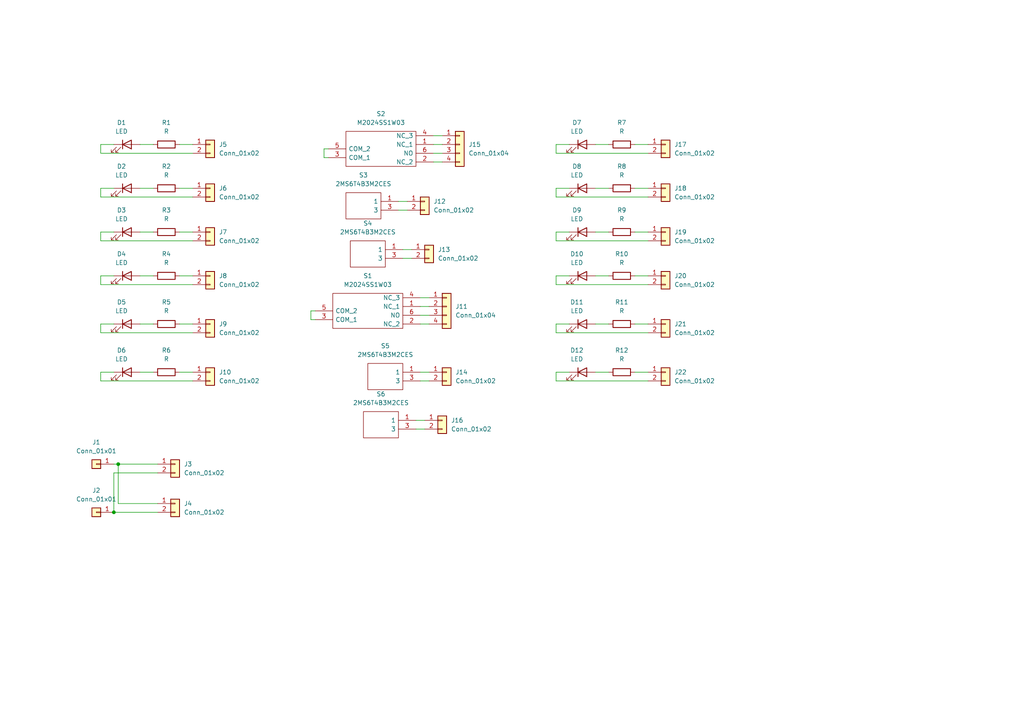
<source format=kicad_sch>
(kicad_sch (version 20211123) (generator eeschema)
  (paper "A4")
  (lib_symbols
    (symbol "Connector_Generic:Conn_01x01" (pin_names (offset 1.016) hide)
      (property "Reference" "J" (at 0 2.54 0))
      (property "Value" "Conn_01x01" (at 0 -2.54 0))
      (symbol "Conn_01x01_1_1"
        (rectangle (start -1.27 0.127) (end 0 -0.127) (stroke (width 0.1524)))
        (rectangle (start -1.27 1.27) (end 1.27 -1.27) (stroke (width 0.254)) (fill (type background)))
        (pin passive line (at -5.08 0 0) (length 3.81) (name "Pin_1") (number "1"))
      )
    )
    (symbol "Connector_Generic:Conn_01x02" (pin_names (offset 1.016) hide)
      (property "Reference" "J" (at 0 2.54 0))
      (property "Value" "Conn_01x02" (at 0 -5.08 0))
      (symbol "Conn_01x02_1_1"
        (rectangle (start -1.27 -2.413) (end 0 -2.667) (stroke (width 0.1524)))
        (rectangle (start -1.27 0.127) (end 0 -0.127) (stroke (width 0.1524)))
        (rectangle (start -1.27 1.27) (end 1.27 -3.81) (stroke (width 0.254)) (fill (type background)))
        (pin passive line (at -5.08 0 0) (length 3.81) (name "Pin_1") (number "1"))
        (pin passive line (at -5.08 -2.54 0) (length 3.81) (name "Pin_2") (number "2"))
      )
    )
    (symbol "Connector_Generic:Conn_01x04" (pin_names (offset 1.016) hide)
      (property "Reference" "J" (at 0 5.08 0))
      (property "Value" "Conn_01x04" (at 0 -7.62 0))
      (symbol "Conn_01x04_1_1"
        (rectangle (start -1.27 -4.953) (end 0 -5.207) (stroke (width 0.1524)))
        (rectangle (start -1.27 -2.413) (end 0 -2.667) (stroke (width 0.1524)))
        (rectangle (start -1.27 0.127) (end 0 -0.127) (stroke (width 0.1524)))
        (rectangle (start -1.27 2.667) (end 0 2.413) (stroke (width 0.1524)))
        (rectangle (start -1.27 3.81) (end 1.27 -6.35) (stroke (width 0.254)) (fill (type background)))
        (pin passive line (at -5.08 2.54 0) (length 3.81) (name "Pin_1") (number "1"))
        (pin passive line (at -5.08 0 0) (length 3.81) (name "Pin_2") (number "2"))
        (pin passive line (at -5.08 -2.54 0) (length 3.81) (name "Pin_3") (number "3"))
        (pin passive line (at -5.08 -5.08 0) (length 3.81) (name "Pin_4") (number "4"))
      )
    )
    (symbol "Device:LED" (pin_numbers hide) (pin_names (offset 1.016) hide)
      (property "Reference" "D" (at 0 2.54 0))
      (property "Value" "LED" (at 0 -2.54 0))
      (symbol "LED_0_1"
        (polyline (pts (xy -1.27 -1.27) (xy -1.27 1.27)) (stroke (width 0.254)))
        (polyline (pts (xy -1.27 0) (xy 1.27 0)))
        (polyline (pts (xy 1.27 -1.27) (xy 1.27 1.27) (xy -1.27 0) (xy 1.27 -1.27)) (stroke (width 0.254)))
        (polyline (pts (xy -3.048 -0.762) (xy -4.572 -2.286) (xy -3.81 -2.286) (xy -4.572 -2.286) (xy -4.572 -1.524)))
        (polyline (pts (xy -1.778 -0.762) (xy -3.302 -2.286) (xy -2.54 -2.286) (xy -3.302 -2.286) (xy -3.302 -1.524)))
      )
      (symbol "LED_1_1"
        (pin passive line (at -3.81 0 0) (length 2.54) (name "K") (number "1"))
        (pin passive line (at 3.81 0 180) (length 2.54) (name "A") (number "2"))
      )
    )
    (symbol "Device:R" (pin_numbers hide) (pin_names (offset 0))
      (property "Reference" "R" (at 2.032 0 90))
      (property "Value" "R" (at 0 0 90))
      (symbol "R_0_1"
        (rectangle (start -1.016 -2.54) (end 1.016 2.54) (stroke (width 0.254)))
      )
      (symbol "R_1_1"
        (pin passive line (at 0 3.81 270) (length 1.27) (name "~") (number "1"))
        (pin passive line (at 0 -3.81 90) (length 1.27) (name "~") (number "2"))
      )
    )
    (symbol "SamacSys_Parts 2:2MS6T4B3M2CES" (pin_names (offset 0.762))
      (property "Reference" "S" (at 16.51 7.62 0))
      (property "Value" "2MS6T4B3M2CES" (at 16.51 5.08 0))
      (symbol "2MS6T4B3M2CES_0_0"
        (pin passive line (at 0 -2.54 0) (length 5.08) (name "1") (number "1"))
        (pin passive line (at 0 0 0) (length 5.08) (name "3") (number "3"))
      )
      (symbol "2MS6T4B3M2CES_0_1"
        (polyline (pts (xy 5.08 2.54) (xy 15.24 2.54) (xy 15.24 -5.08) (xy 5.08 -5.08) (xy 5.08 2.54)) (stroke (width 0.1524)))
      )
    )
    (symbol "SamacSys_Parts:M2024SS1W03" (pin_names (offset 0.762))
      (property "Reference" "S" (at 10.16 10.16 0))
      (property "Value" "M2024SS1W03" (at 26.67 5.08 0))
      (symbol "M2024SS1W03_0_0"
        (pin passive line (at -16.51 -1.27 0) (length 5.08) (name "NC_1") (number "1"))
        (pin passive line (at -16.51 3.81 0) (length 5.08) (name "NC_2") (number "2"))
        (pin passive line (at 13.97 2.54 180) (length 5.08) (name "COM_1") (number "3"))
        (pin passive line (at -16.51 -3.81 0) (length 5.08) (name "NC_3") (number "4"))
        (pin passive line (at 13.97 0 180) (length 5.08) (name "COM_2") (number "5"))
        (pin passive line (at -16.51 1.27 0) (length 5.08) (name "NO") (number "6"))
      )
      (symbol "M2024SS1W03_0_1"
        (polyline (pts (xy -11.43 5.08) (xy 8.89 5.08) (xy 8.89 -5.08) (xy -11.43 -5.08) (xy -11.43 5.08)) (stroke (width 0.1524)))
      )
    )
  )
  (junction (at 33.02 148.59))
  (junction (at 34.29 134.62))
  (wire (pts (xy 91.44 90.17) (xy 90.17 90.17)))
  (wire (pts (xy 29.21 93.98) (xy 29.21 96.52)))
  (wire (pts (xy 161.29 41.91) (xy 161.29 44.45)))
  (wire (pts (xy 29.21 69.85) (xy 55.88 69.85)))
  (wire (pts (xy 120.65 124.46) (xy 123.19 124.46)))
  (wire (pts (xy 172.72 107.95) (xy 176.53 107.95)))
  (wire (pts (xy 90.17 92.71) (xy 91.44 92.71)))
  (wire (pts (xy 29.21 110.49) (xy 55.88 110.49)))
  (wire (pts (xy 33.02 67.31) (xy 29.21 67.31)))
  (wire (pts (xy 52.07 107.95) (xy 55.88 107.95)))
  (wire (pts (xy 172.72 93.98) (xy 176.53 93.98)))
  (wire (pts (xy 125.73 39.37) (xy 128.27 39.37)))
  (wire (pts (xy 161.29 54.61) (xy 161.29 57.15)))
  (wire (pts (xy 161.29 96.52) (xy 187.96 96.52)))
  (wire (pts (xy 125.73 46.99) (xy 128.27 46.99)))
  (wire (pts (xy 115.57 60.96) (xy 118.11 60.96)))
  (wire (pts (xy 40.64 93.98) (xy 44.45 93.98)))
  (wire (pts (xy 120.65 121.92) (xy 123.19 121.92)))
  (wire (pts (xy 121.92 107.95) (xy 124.46 107.95)))
  (wire (pts (xy 93.98 43.18) (xy 93.98 45.72)))
  (wire (pts (xy 184.15 93.98) (xy 187.96 93.98)))
  (wire (pts (xy 34.29 134.62) (xy 45.72 134.62)))
  (wire (pts (xy 29.21 82.55) (xy 55.88 82.55)))
  (wire (pts (xy 125.73 41.91) (xy 128.27 41.91)))
  (wire (pts (xy 116.84 72.39) (xy 119.38 72.39)))
  (wire (pts (xy 161.29 110.49) (xy 187.96 110.49)))
  (wire (pts (xy 184.15 80.01) (xy 187.96 80.01)))
  (wire (pts (xy 90.17 90.17) (xy 90.17 92.71)))
  (wire (pts (xy 33.02 41.91) (xy 29.21 41.91)))
  (wire (pts (xy 29.21 41.91) (xy 29.21 44.45)))
  (wire (pts (xy 165.1 54.61) (xy 161.29 54.61)))
  (wire (pts (xy 95.25 43.18) (xy 93.98 43.18)))
  (wire (pts (xy 165.1 107.95) (xy 161.29 107.95)))
  (wire (pts (xy 29.21 80.01) (xy 29.21 82.55)))
  (wire (pts (xy 161.29 80.01) (xy 161.29 82.55)))
  (wire (pts (xy 40.64 67.31) (xy 44.45 67.31)))
  (wire (pts (xy 40.64 41.91) (xy 44.45 41.91)))
  (wire (pts (xy 165.1 80.01) (xy 161.29 80.01)))
  (wire (pts (xy 125.73 44.45) (xy 128.27 44.45)))
  (wire (pts (xy 33.02 80.01) (xy 29.21 80.01)))
  (wire (pts (xy 121.92 91.44) (xy 124.46 91.44)))
  (wire (pts (xy 33.02 93.98) (xy 29.21 93.98)))
  (wire (pts (xy 29.21 96.52) (xy 55.88 96.52)))
  (wire (pts (xy 184.15 67.31) (xy 187.96 67.31)))
  (wire (pts (xy 33.02 54.61) (xy 29.21 54.61)))
  (wire (pts (xy 161.29 107.95) (xy 161.29 110.49)))
  (wire (pts (xy 52.07 67.31) (xy 55.88 67.31)))
  (wire (pts (xy 172.72 54.61) (xy 176.53 54.61)))
  (wire (pts (xy 161.29 93.98) (xy 161.29 96.52)))
  (wire (pts (xy 33.02 137.16) (xy 33.02 148.59)))
  (wire (pts (xy 29.21 67.31) (xy 29.21 69.85)))
  (wire (pts (xy 33.02 148.59) (xy 45.72 148.59)))
  (wire (pts (xy 121.92 110.49) (xy 124.46 110.49)))
  (wire (pts (xy 40.64 107.95) (xy 44.45 107.95)))
  (wire (pts (xy 29.21 107.95) (xy 29.21 110.49)))
  (wire (pts (xy 161.29 57.15) (xy 187.96 57.15)))
  (wire (pts (xy 172.72 41.91) (xy 176.53 41.91)))
  (wire (pts (xy 161.29 67.31) (xy 161.29 69.85)))
  (wire (pts (xy 121.92 88.9) (xy 124.46 88.9)))
  (wire (pts (xy 52.07 41.91) (xy 55.88 41.91)))
  (wire (pts (xy 165.1 67.31) (xy 161.29 67.31)))
  (wire (pts (xy 115.57 58.42) (xy 118.11 58.42)))
  (wire (pts (xy 34.29 134.62) (xy 34.29 146.05)))
  (wire (pts (xy 121.92 86.36) (xy 124.46 86.36)))
  (wire (pts (xy 45.72 137.16) (xy 33.02 137.16)))
  (wire (pts (xy 40.64 80.01) (xy 44.45 80.01)))
  (wire (pts (xy 165.1 93.98) (xy 161.29 93.98)))
  (wire (pts (xy 52.07 80.01) (xy 55.88 80.01)))
  (wire (pts (xy 45.72 146.05) (xy 34.29 146.05)))
  (wire (pts (xy 172.72 80.01) (xy 176.53 80.01)))
  (wire (pts (xy 184.15 54.61) (xy 187.96 54.61)))
  (wire (pts (xy 116.84 74.93) (xy 119.38 74.93)))
  (wire (pts (xy 33.02 107.95) (xy 29.21 107.95)))
  (wire (pts (xy 52.07 93.98) (xy 55.88 93.98)))
  (wire (pts (xy 161.29 44.45) (xy 187.96 44.45)))
  (wire (pts (xy 29.21 54.61) (xy 29.21 57.15)))
  (wire (pts (xy 165.1 41.91) (xy 161.29 41.91)))
  (wire (pts (xy 184.15 107.95) (xy 187.96 107.95)))
  (wire (pts (xy 33.02 134.62) (xy 34.29 134.62)))
  (wire (pts (xy 40.64 54.61) (xy 44.45 54.61)))
  (wire (pts (xy 29.21 57.15) (xy 55.88 57.15)))
  (wire (pts (xy 93.98 45.72) (xy 95.25 45.72)))
  (wire (pts (xy 29.21 44.45) (xy 55.88 44.45)))
  (wire (pts (xy 161.29 82.55) (xy 187.96 82.55)))
  (wire (pts (xy 161.29 69.85) (xy 187.96 69.85)))
  (wire (pts (xy 121.92 93.98) (xy 124.46 93.98)))
  (wire (pts (xy 184.15 41.91) (xy 187.96 41.91)))
  (wire (pts (xy 52.07 54.61) (xy 55.88 54.61)))
  (wire (pts (xy 172.72 67.31) (xy 176.53 67.31)))
  (symbol (lib_id "Device:R") (at 48.26 80.01 90) (unit 1)
    (property "Reference" "R4" (at 48.26 73.66 90))
    (property "Value" "R" (at 48.26 76.2 90))
    (property "Footprint" "Resistor_SMD:R_0805_2012Metric" (effects hide))
  )
  (symbol (lib_id "Device:LED") (at 36.83 67.31 0) (unit 1)
    (property "Reference" "D3" (at 35.2425 60.96 0))
    (property "Value" "LED" (at 35.2425 63.5 0))
    (property "Footprint" "Diode_SMD:D_0805_2012Metric" (effects hide))
  )
  (symbol (lib_id "Connector_Generic:Conn_01x02") (at 193.04 41.91 0) (unit 1)
    (property "Reference" "J17" (at 195.58 41.9099 0) (effects (justify left)))
    (property "Value" "Conn_01x02" (at 195.58 44.4499 0) (effects (justify left)))
    (property "Footprint" "Connector_Molex:Molex_Micro-Fit_3.0_43650-0215_1x02_P3.00mm_Vertical" (effects hide))
  )
  (symbol (lib_id "Connector_Generic:Conn_01x02") (at 50.8 146.05 0) (unit 1)
    (property "Reference" "J4" (at 53.34 146.0499 0) (effects (justify left)))
    (property "Value" "Conn_01x02" (at 53.34 148.5899 0) (effects (justify left)))
    (property "Footprint" "Connector_Molex:Molex_Micro-Fit_3.0_43650-0215_1x02_P3.00mm_Vertical" (effects hide))
  )
  (symbol (lib_id "Device:LED") (at 168.91 41.91 0) (unit 1)
    (property "Reference" "D7" (at 167.3225 35.56 0))
    (property "Value" "LED" (at 167.3225 38.1 0))
    (property "Footprint" "Diode_SMD:D_0805_2012Metric" (effects hide))
  )
  (symbol (lib_id "Connector_Generic:Conn_01x02") (at 128.27 121.92 0) (unit 1)
    (property "Reference" "J16" (at 130.81 121.9199 0) (effects (justify left)))
    (property "Value" "Conn_01x02" (at 130.81 124.4599 0) (effects (justify left)))
    (property "Footprint" "Connector_Molex:Molex_Micro-Fit_3.0_43650-0215_1x02_P3.00mm_Vertical" (effects hide))
  )
  (symbol (lib_id "Connector_Generic:Conn_01x02") (at 123.19 58.42 0) (unit 1)
    (property "Reference" "J12" (at 125.73 58.4199 0) (effects (justify left)))
    (property "Value" "Conn_01x02" (at 125.73 60.9599 0) (effects (justify left)))
    (property "Footprint" "Connector_Molex:Molex_Micro-Fit_3.0_43650-0215_1x02_P3.00mm_Vertical" (effects hide))
  )
  (symbol (lib_id "Device:R") (at 48.26 67.31 90) (unit 1)
    (property "Reference" "R3" (at 48.26 60.96 90))
    (property "Value" "R" (at 48.26 63.5 90))
    (property "Footprint" "Resistor_SMD:R_0805_2012Metric" (effects hide))
  )
  (symbol (lib_id "Device:R") (at 48.26 54.61 90) (unit 1)
    (property "Reference" "R2" (at 48.26 48.26 90))
    (property "Value" "R" (at 48.26 50.8 90))
    (property "Footprint" "Resistor_SMD:R_0805_2012Metric" (effects hide))
  )
  (symbol (lib_id "Device:R") (at 180.34 107.95 90) (unit 1)
    (property "Reference" "R12" (at 180.34 101.6 90))
    (property "Value" "R" (at 180.34 104.14 90))
    (property "Footprint" "Resistor_SMD:R_0805_2012Metric" (effects hide))
  )
  (symbol (lib_id "SamacSys_Parts 2:2MS6T4B3M2CES") (at 115.57 60.96 180) (unit 1)
    (property "Reference" "S3" (at 105.41 50.8 0))
    (property "Value" "2MS6T4B3M2CES" (at 105.41 53.34 0))
    (property "Footprint" "2MS6T4B3M2CES" (effects hide))
    (property "Datasheet" "https://www.mouser.in/datasheet/2/979/Dailywell_01132020_2M_Series-1708785.pdf" (effects hide))
    (property "Description" "Toggle Switches SPST OFF-ON" (effects hide))
    (property "Height" "23.63" (effects hide))
    (property "Manufacturer_Name" "Dailywell" (effects hide))
    (property "Manufacturer_Part_Number" "2MS6T4B3M2CES" (effects hide))
    (property "Mouser Part Number" "118-2MS6T4B3M2CES" (effects hide))
    (property "Mouser Price/Stock" "https://www.mouser.co.uk/ProductDetail/Dailywell/2MS6T4B3M2CES/?qs=B6kkDfuK7%2FCZhGel7UMMow%3D%3D" (effects hide))
  )
  (symbol (lib_id "Connector_Generic:Conn_01x02") (at 193.04 107.95 0) (unit 1)
    (property "Reference" "J22" (at 195.58 107.9499 0) (effects (justify left)))
    (property "Value" "Conn_01x02" (at 195.58 110.4899 0) (effects (justify left)))
    (property "Footprint" "Connector_Molex:Molex_Micro-Fit_3.0_43650-0215_1x02_P3.00mm_Vertical" (effects hide))
  )
  (symbol (lib_id "Device:LED") (at 36.83 93.98 0) (unit 1)
    (property "Reference" "D5" (at 35.2425 87.63 0))
    (property "Value" "LED" (at 35.2425 90.17 0))
    (property "Footprint" "Diode_SMD:D_0805_2012Metric" (effects hide))
  )
  (symbol (lib_id "SamacSys_Parts:M2024SS1W03") (at 109.22 43.18 180) (unit 1)
    (property "Reference" "S2" (at 110.49 33.02 0))
    (property "Value" "M2024SS1W03" (at 110.49 35.56 0))
    (property "Footprint" "SamacSys_Parts:M2023SS1W03" (effects hide))
    (property "Datasheet" "https://www.nkkswitches.com/pdf/MtogglesBushing.pdf" (effects hide))
    (property "Description" "NKK SWITCHES - M2024SS1W03 - SWITCH, TOGGLE, SP3T, 6A, 125VAC" (effects hide))
    (property "Height" "28.8" (effects hide))
    (property "Mouser Part Number" "633-M202403" (effects hide))
    (property "Mouser Price/Stock" "https://www.mouser.co.uk/ProductDetail/NKK-Switches/M2024SS1W03?qs=lL7JKUhTX2gHRZfrulRSBA%3D%3D" (effects hide))
    (property "Manufacturer_Name" "NKK Switches" (effects hide))
    (property "Manufacturer_Part_Number" "M2024SS1W03" (effects hide))
  )
  (symbol (lib_id "Connector_Generic:Conn_01x02") (at 60.96 107.95 0) (unit 1)
    (property "Reference" "J10" (at 63.5 107.9499 0) (effects (justify left)))
    (property "Value" "Conn_01x02" (at 63.5 110.4899 0) (effects (justify left)))
    (property "Footprint" "Connector_Molex:Molex_Micro-Fit_3.0_43650-0215_1x02_P3.00mm_Vertical" (effects hide))
  )
  (symbol (lib_id "Device:R") (at 48.26 93.98 90) (unit 1)
    (property "Reference" "R5" (at 48.26 87.63 90))
    (property "Value" "R" (at 48.26 90.17 90))
    (property "Footprint" "Resistor_SMD:R_0805_2012Metric" (effects hide))
  )
  (symbol (lib_id "Connector_Generic:Conn_01x02") (at 129.54 107.95 0) (unit 1)
    (property "Reference" "J14" (at 132.08 107.9499 0) (effects (justify left)))
    (property "Value" "Conn_01x02" (at 132.08 110.4899 0) (effects (justify left)))
    (property "Footprint" "Connector_Molex:Molex_Micro-Fit_3.0_43650-0215_1x02_P3.00mm_Vertical" (effects hide))
  )
  (symbol (lib_id "Connector_Generic:Conn_01x02") (at 193.04 67.31 0) (unit 1)
    (property "Reference" "J19" (at 195.58 67.3099 0) (effects (justify left)))
    (property "Value" "Conn_01x02" (at 195.58 69.8499 0) (effects (justify left)))
    (property "Footprint" "Connector_Molex:Molex_Micro-Fit_3.0_43650-0215_1x02_P3.00mm_Vertical" (effects hide))
  )
  (symbol (lib_id "Device:R") (at 48.26 107.95 90) (unit 1)
    (property "Reference" "R6" (at 48.26 101.6 90))
    (property "Value" "R" (at 48.26 104.14 90))
    (property "Footprint" "Resistor_SMD:R_0805_2012Metric" (effects hide))
  )
  (symbol (lib_id "Connector_Generic:Conn_01x02") (at 60.96 54.61 0) (unit 1)
    (property "Reference" "J6" (at 63.5 54.6099 0) (effects (justify left)))
    (property "Value" "Conn_01x02" (at 63.5 57.1499 0) (effects (justify left)))
    (property "Footprint" "Connector_Molex:Molex_Micro-Fit_3.0_43650-0215_1x02_P3.00mm_Vertical" (effects hide))
  )
  (symbol (lib_id "Connector_Generic:Conn_01x02") (at 60.96 67.31 0) (unit 1)
    (property "Reference" "J7" (at 63.5 67.3099 0) (effects (justify left)))
    (property "Value" "Conn_01x02" (at 63.5 69.8499 0) (effects (justify left)))
    (property "Footprint" "Connector_Molex:Molex_Micro-Fit_3.0_43650-0215_1x02_P3.00mm_Vertical" (effects hide))
  )
  (symbol (lib_id "Device:LED") (at 36.83 54.61 0) (unit 1)
    (property "Reference" "D2" (at 35.2425 48.26 0))
    (property "Value" "LED" (at 35.2425 50.8 0))
    (property "Footprint" "Diode_SMD:D_0805_2012Metric" (effects hide))
  )
  (symbol (lib_id "Connector_Generic:Conn_01x02") (at 60.96 80.01 0) (unit 1)
    (property "Reference" "J8" (at 63.5 80.0099 0) (effects (justify left)))
    (property "Value" "Conn_01x02" (at 63.5 82.5499 0) (effects (justify left)))
    (property "Footprint" "Connector_Molex:Molex_Micro-Fit_3.0_43650-0215_1x02_P3.00mm_Vertical" (effects hide))
  )
  (symbol (lib_id "Connector_Generic:Conn_01x02") (at 193.04 93.98 0) (unit 1)
    (property "Reference" "J21" (at 195.58 93.9799 0) (effects (justify left)))
    (property "Value" "Conn_01x02" (at 195.58 96.5199 0) (effects (justify left)))
    (property "Footprint" "Connector_Molex:Molex_Micro-Fit_3.0_43650-0215_1x02_P3.00mm_Vertical" (effects hide))
  )
  (symbol (lib_id "Device:LED") (at 36.83 80.01 0) (unit 1)
    (property "Reference" "D4" (at 35.2425 73.66 0))
    (property "Value" "LED" (at 35.2425 76.2 0))
    (property "Footprint" "Diode_SMD:D_0805_2012Metric" (effects hide))
  )
  (symbol (lib_id "Device:R") (at 48.26 41.91 90) (unit 1)
    (property "Reference" "R1" (at 48.26 35.56 90))
    (property "Value" "R" (at 48.26 38.1 90))
    (property "Footprint" "Resistor_SMD:R_0805_2012Metric" (effects hide))
  )
  (symbol (lib_id "Connector_Generic:Conn_01x04") (at 129.54 88.9 0) (unit 1)
    (property "Reference" "J11" (at 132.08 88.8999 0) (effects (justify left)))
    (property "Value" "Conn_01x04" (at 132.08 91.4399 0) (effects (justify left)))
    (property "Footprint" "Connector_Molex:Molex_Micro-Fit_3.0_43650-0400_1x04_P3.00mm_Horizontal" (effects hide))
  )
  (symbol (lib_id "Connector_Generic:Conn_01x02") (at 193.04 80.01 0) (unit 1)
    (property "Reference" "J20" (at 195.58 80.0099 0) (effects (justify left)))
    (property "Value" "Conn_01x02" (at 195.58 82.5499 0) (effects (justify left)))
    (property "Footprint" "Connector_Molex:Molex_Micro-Fit_3.0_43650-0215_1x02_P3.00mm_Vertical" (effects hide))
  )
  (symbol (lib_id "Connector_Generic:Conn_01x04") (at 133.35 41.91 0) (unit 1)
    (property "Reference" "J15" (at 135.89 41.9099 0) (effects (justify left)))
    (property "Value" "Conn_01x04" (at 135.89 44.4499 0) (effects (justify left)))
    (property "Footprint" "Connector_Molex:Molex_Micro-Fit_3.0_43650-0400_1x04_P3.00mm_Horizontal" (effects hide))
  )
  (symbol (lib_id "Connector_Generic:Conn_01x02") (at 60.96 93.98 0) (unit 1)
    (property "Reference" "J9" (at 63.5 93.9799 0) (effects (justify left)))
    (property "Value" "Conn_01x02" (at 63.5 96.5199 0) (effects (justify left)))
    (property "Footprint" "Connector_Molex:Molex_Micro-Fit_3.0_43650-0215_1x02_P3.00mm_Vertical" (effects hide))
  )
  (symbol (lib_id "Device:LED") (at 168.91 54.61 0) (unit 1)
    (property "Reference" "D8" (at 167.3225 48.26 0))
    (property "Value" "LED" (at 167.3225 50.8 0))
    (property "Footprint" "Diode_SMD:D_0805_2012Metric" (effects hide))
  )
  (symbol (lib_id "Device:LED") (at 36.83 107.95 0) (unit 1)
    (property "Reference" "D6" (at 35.2425 101.6 0))
    (property "Value" "LED" (at 35.2425 104.14 0))
    (property "Footprint" "Diode_SMD:D_0805_2012Metric" (effects hide))
  )
  (symbol (lib_id "SamacSys_Parts:M2024SS1W03") (at 105.41 90.17 180) (unit 1)
    (property "Reference" "S1" (at 106.68 80.01 0))
    (property "Value" "M2024SS1W03" (at 106.68 82.55 0))
    (property "Footprint" "SamacSys_Parts:M2023SS1W03" (effects hide))
    (property "Datasheet" "https://www.nkkswitches.com/pdf/MtogglesBushing.pdf" (effects hide))
    (property "Description" "NKK SWITCHES - M2024SS1W03 - SWITCH, TOGGLE, SP3T, 6A, 125VAC" (effects hide))
    (property "Height" "28.8" (effects hide))
    (property "Mouser Part Number" "633-M202403" (effects hide))
    (property "Mouser Price/Stock" "https://www.mouser.co.uk/ProductDetail/NKK-Switches/M2024SS1W03?qs=lL7JKUhTX2gHRZfrulRSBA%3D%3D" (effects hide))
    (property "Manufacturer_Name" "NKK Switches" (effects hide))
    (property "Manufacturer_Part_Number" "M2024SS1W03" (effects hide))
  )
  (symbol (lib_id "Device:LED") (at 168.91 93.98 0) (unit 1)
    (property "Reference" "D11" (at 167.3225 87.63 0))
    (property "Value" "LED" (at 167.3225 90.17 0))
    (property "Footprint" "Diode_SMD:D_0805_2012Metric" (effects hide))
  )
  (symbol (lib_id "Device:R") (at 180.34 93.98 90) (unit 1)
    (property "Reference" "R11" (at 180.34 87.63 90))
    (property "Value" "R" (at 180.34 90.17 90))
    (property "Footprint" "Resistor_SMD:R_0805_2012Metric" (effects hide))
  )
  (symbol (lib_id "Device:LED") (at 168.91 107.95 0) (unit 1)
    (property "Reference" "D12" (at 167.3225 101.6 0))
    (property "Value" "LED" (at 167.3225 104.14 0))
    (property "Footprint" "Diode_SMD:D_0805_2012Metric" (effects hide))
  )
  (symbol (lib_id "Connector_Generic:Conn_01x02") (at 193.04 54.61 0) (unit 1)
    (property "Reference" "J18" (at 195.58 54.6099 0) (effects (justify left)))
    (property "Value" "Conn_01x02" (at 195.58 57.1499 0) (effects (justify left)))
    (property "Footprint" "Connector_Molex:Molex_Micro-Fit_3.0_43650-0215_1x02_P3.00mm_Vertical" (effects hide))
  )
  (symbol (lib_id "Connector_Generic:Conn_01x02") (at 50.8 134.62 0) (unit 1)
    (property "Reference" "J3" (at 53.34 134.6199 0) (effects (justify left)))
    (property "Value" "Conn_01x02" (at 53.34 137.1599 0) (effects (justify left)))
    (property "Footprint" "Connector_Molex:Molex_Micro-Fit_3.0_43650-0215_1x02_P3.00mm_Vertical" (effects hide))
  )
  (symbol (lib_id "Device:LED") (at 168.91 80.01 0) (unit 1)
    (property "Reference" "D10" (at 167.3225 73.66 0))
    (property "Value" "LED" (at 167.3225 76.2 0))
    (property "Footprint" "Diode_SMD:D_0805_2012Metric" (effects hide))
  )
  (symbol (lib_id "Device:R") (at 180.34 67.31 90) (unit 1)
    (property "Reference" "R9" (at 180.34 60.96 90))
    (property "Value" "R" (at 180.34 63.5 90))
    (property "Footprint" "Resistor_SMD:R_0805_2012Metric" (effects hide))
  )
  (symbol (lib_id "SamacSys_Parts 2:2MS6T4B3M2CES") (at 120.65 124.46 180) (unit 1)
    (property "Reference" "S6" (at 110.49 114.3 0))
    (property "Value" "2MS6T4B3M2CES" (at 110.49 116.84 0))
    (property "Footprint" "2MS6T4B3M2CES" (effects hide))
    (property "Datasheet" "https://www.mouser.in/datasheet/2/979/Dailywell_01132020_2M_Series-1708785.pdf" (effects hide))
    (property "Description" "Toggle Switches SPST OFF-ON" (effects hide))
    (property "Height" "23.63" (effects hide))
    (property "Manufacturer_Name" "Dailywell" (effects hide))
    (property "Manufacturer_Part_Number" "2MS6T4B3M2CES" (effects hide))
    (property "Mouser Part Number" "118-2MS6T4B3M2CES" (effects hide))
    (property "Mouser Price/Stock" "https://www.mouser.co.uk/ProductDetail/Dailywell/2MS6T4B3M2CES/?qs=B6kkDfuK7%2FCZhGel7UMMow%3D%3D" (effects hide))
  )
  (symbol (lib_id "Device:LED") (at 36.83 41.91 0) (unit 1)
    (property "Reference" "D1" (at 35.2425 35.56 0))
    (property "Value" "LED" (at 35.2425 38.1 0))
    (property "Footprint" "Diode_SMD:D_0805_2012Metric" (effects hide))
  )
  (symbol (lib_id "SamacSys_Parts 2:2MS6T4B3M2CES") (at 121.92 110.49 180) (unit 1)
    (property "Reference" "S5" (at 111.76 100.33 0))
    (property "Value" "2MS6T4B3M2CES" (at 111.76 102.87 0))
    (property "Footprint" "2MS6T4B3M2CES" (effects hide))
    (property "Datasheet" "https://www.mouser.in/datasheet/2/979/Dailywell_01132020_2M_Series-1708785.pdf" (effects hide))
    (property "Description" "Toggle Switches SPST OFF-ON" (effects hide))
    (property "Height" "23.63" (effects hide))
    (property "Manufacturer_Name" "Dailywell" (effects hide))
    (property "Manufacturer_Part_Number" "2MS6T4B3M2CES" (effects hide))
    (property "Mouser Part Number" "118-2MS6T4B3M2CES" (effects hide))
    (property "Mouser Price/Stock" "https://www.mouser.co.uk/ProductDetail/Dailywell/2MS6T4B3M2CES/?qs=B6kkDfuK7%2FCZhGel7UMMow%3D%3D" (effects hide))
  )
  (symbol (lib_id "Device:R") (at 180.34 41.91 90) (unit 1)
    (property "Reference" "R7" (at 180.34 35.56 90))
    (property "Value" "R" (at 180.34 38.1 90))
    (property "Footprint" "Resistor_SMD:R_0805_2012Metric" (effects hide))
  )
  (symbol (lib_id "Device:R") (at 180.34 80.01 90) (unit 1)
    (property "Reference" "R10" (at 180.34 73.66 90))
    (property "Value" "R" (at 180.34 76.2 90))
    (property "Footprint" "Resistor_SMD:R_0805_2012Metric" (effects hide))
  )
  (symbol (lib_id "Connector_Generic:Conn_01x01") (at 27.94 134.62 180) (unit 1)
    (property "Reference" "J1" (at 27.94 128.27 0))
    (property "Value" "Conn_01x01" (at 27.94 130.81 0))
    (property "Footprint" "UTSVT_Connectors:Banana_Jack_1_Pin_4mm" (effects hide))
  )
  (symbol (lib_id "Connector_Generic:Conn_01x01") (at 27.94 148.59 180) (unit 1)
    (property "Reference" "J2" (at 27.94 142.24 0))
    (property "Value" "Conn_01x01" (at 27.94 144.78 0))
    (property "Footprint" "UTSVT_Connectors:Banana_Jack_1_Pin_4mm" (effects hide))
  )
  (symbol (lib_id "SamacSys_Parts 2:2MS6T4B3M2CES") (at 116.84 74.93 180) (unit 1)
    (property "Reference" "S4" (at 106.68 64.77 0))
    (property "Value" "2MS6T4B3M2CES" (at 106.68 67.31 0))
    (property "Footprint" "2MS6T4B3M2CES" (effects hide))
    (property "Datasheet" "https://www.mouser.in/datasheet/2/979/Dailywell_01132020_2M_Series-1708785.pdf" (effects hide))
    (property "Description" "Toggle Switches SPST OFF-ON" (effects hide))
    (property "Height" "23.63" (effects hide))
    (property "Manufacturer_Name" "Dailywell" (effects hide))
    (property "Manufacturer_Part_Number" "2MS6T4B3M2CES" (effects hide))
    (property "Mouser Part Number" "118-2MS6T4B3M2CES" (effects hide))
    (property "Mouser Price/Stock" "https://www.mouser.co.uk/ProductDetail/Dailywell/2MS6T4B3M2CES/?qs=B6kkDfuK7%2FCZhGel7UMMow%3D%3D" (effects hide))
  )
  (symbol (lib_id "Connector_Generic:Conn_01x02") (at 60.96 41.91 0) (unit 1)
    (property "Reference" "J5" (at 63.5 41.9099 0) (effects (justify left)))
    (property "Value" "Conn_01x02" (at 63.5 44.4499 0) (effects (justify left)))
    (property "Footprint" "Connector_Molex:Molex_Micro-Fit_3.0_43650-0215_1x02_P3.00mm_Vertical" (effects hide))
  )
  (symbol (lib_id "Device:R") (at 180.34 54.61 90) (unit 1)
    (property "Reference" "R8" (at 180.34 48.26 90))
    (property "Value" "R" (at 180.34 50.8 90))
    (property "Footprint" "Resistor_SMD:R_0805_2012Metric" (effects hide))
  )
  (symbol (lib_id "Connector_Generic:Conn_01x02") (at 124.46 72.39 0) (unit 1)
    (property "Reference" "J13" (at 127 72.3899 0) (effects (justify left)))
    (property "Value" "Conn_01x02" (at 127 74.9299 0) (effects (justify left)))
    (property "Footprint" "Connector_Molex:Molex_Micro-Fit_3.0_43650-0215_1x02_P3.00mm_Vertical" (effects hide))
  )
  (symbol (lib_id "Device:LED") (at 168.91 67.31 0) (unit 1)
    (property "Reference" "D9" (at 167.3225 60.96 0))
    (property "Value" "LED" (at 167.3225 63.5 0))
    (property "Footprint" "Diode_SMD:D_0805_2012Metric" (effects hide))
  )
)
</source>
